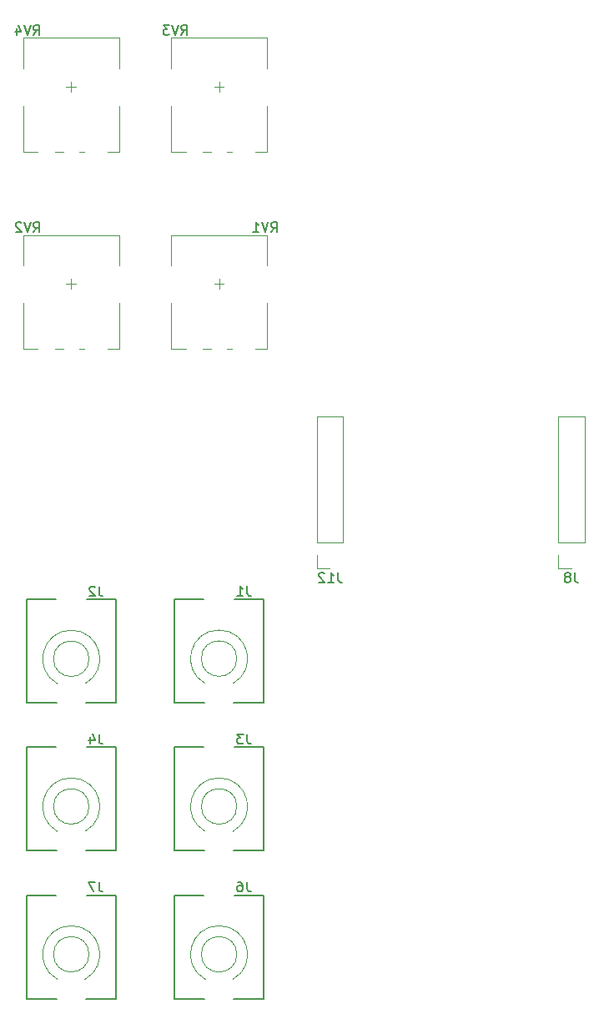
<source format=gbo>
%TF.GenerationSoftware,KiCad,Pcbnew,8.0.3*%
%TF.CreationDate,2024-07-04T10:47:54+01:00*%
%TF.ProjectId,dual-vca,6475616c-2d76-4636-912e-6b696361645f,rev?*%
%TF.SameCoordinates,Original*%
%TF.FileFunction,Legend,Bot*%
%TF.FilePolarity,Positive*%
%FSLAX46Y46*%
G04 Gerber Fmt 4.6, Leading zero omitted, Abs format (unit mm)*
G04 Created by KiCad (PCBNEW 8.0.3) date 2024-07-04 10:47:54*
%MOMM*%
%LPD*%
G01*
G04 APERTURE LIST*
%ADD10C,0.150000*%
%ADD11C,0.120000*%
%ADD12C,0.200000*%
G04 APERTURE END LIST*
D10*
X107275238Y-54239819D02*
X107608571Y-53763628D01*
X107846666Y-54239819D02*
X107846666Y-53239819D01*
X107846666Y-53239819D02*
X107465714Y-53239819D01*
X107465714Y-53239819D02*
X107370476Y-53287438D01*
X107370476Y-53287438D02*
X107322857Y-53335057D01*
X107322857Y-53335057D02*
X107275238Y-53430295D01*
X107275238Y-53430295D02*
X107275238Y-53573152D01*
X107275238Y-53573152D02*
X107322857Y-53668390D01*
X107322857Y-53668390D02*
X107370476Y-53716009D01*
X107370476Y-53716009D02*
X107465714Y-53763628D01*
X107465714Y-53763628D02*
X107846666Y-53763628D01*
X106989523Y-53239819D02*
X106656190Y-54239819D01*
X106656190Y-54239819D02*
X106322857Y-53239819D01*
X105465714Y-54239819D02*
X106037142Y-54239819D01*
X105751428Y-54239819D02*
X105751428Y-53239819D01*
X105751428Y-53239819D02*
X105846666Y-53382676D01*
X105846666Y-53382676D02*
X105941904Y-53477914D01*
X105941904Y-53477914D02*
X106037142Y-53525533D01*
X138083333Y-88784819D02*
X138083333Y-89499104D01*
X138083333Y-89499104D02*
X138130952Y-89641961D01*
X138130952Y-89641961D02*
X138226190Y-89737200D01*
X138226190Y-89737200D02*
X138369047Y-89784819D01*
X138369047Y-89784819D02*
X138464285Y-89784819D01*
X137464285Y-89213390D02*
X137559523Y-89165771D01*
X137559523Y-89165771D02*
X137607142Y-89118152D01*
X137607142Y-89118152D02*
X137654761Y-89022914D01*
X137654761Y-89022914D02*
X137654761Y-88975295D01*
X137654761Y-88975295D02*
X137607142Y-88880057D01*
X137607142Y-88880057D02*
X137559523Y-88832438D01*
X137559523Y-88832438D02*
X137464285Y-88784819D01*
X137464285Y-88784819D02*
X137273809Y-88784819D01*
X137273809Y-88784819D02*
X137178571Y-88832438D01*
X137178571Y-88832438D02*
X137130952Y-88880057D01*
X137130952Y-88880057D02*
X137083333Y-88975295D01*
X137083333Y-88975295D02*
X137083333Y-89022914D01*
X137083333Y-89022914D02*
X137130952Y-89118152D01*
X137130952Y-89118152D02*
X137178571Y-89165771D01*
X137178571Y-89165771D02*
X137273809Y-89213390D01*
X137273809Y-89213390D02*
X137464285Y-89213390D01*
X137464285Y-89213390D02*
X137559523Y-89261009D01*
X137559523Y-89261009D02*
X137607142Y-89308628D01*
X137607142Y-89308628D02*
X137654761Y-89403866D01*
X137654761Y-89403866D02*
X137654761Y-89594342D01*
X137654761Y-89594342D02*
X137607142Y-89689580D01*
X137607142Y-89689580D02*
X137559523Y-89737200D01*
X137559523Y-89737200D02*
X137464285Y-89784819D01*
X137464285Y-89784819D02*
X137273809Y-89784819D01*
X137273809Y-89784819D02*
X137178571Y-89737200D01*
X137178571Y-89737200D02*
X137130952Y-89689580D01*
X137130952Y-89689580D02*
X137083333Y-89594342D01*
X137083333Y-89594342D02*
X137083333Y-89403866D01*
X137083333Y-89403866D02*
X137130952Y-89308628D01*
X137130952Y-89308628D02*
X137178571Y-89261009D01*
X137178571Y-89261009D02*
X137273809Y-89213390D01*
X89833333Y-90174819D02*
X89833333Y-90889104D01*
X89833333Y-90889104D02*
X89880952Y-91031961D01*
X89880952Y-91031961D02*
X89976190Y-91127200D01*
X89976190Y-91127200D02*
X90119047Y-91174819D01*
X90119047Y-91174819D02*
X90214285Y-91174819D01*
X89404761Y-90270057D02*
X89357142Y-90222438D01*
X89357142Y-90222438D02*
X89261904Y-90174819D01*
X89261904Y-90174819D02*
X89023809Y-90174819D01*
X89023809Y-90174819D02*
X88928571Y-90222438D01*
X88928571Y-90222438D02*
X88880952Y-90270057D01*
X88880952Y-90270057D02*
X88833333Y-90365295D01*
X88833333Y-90365295D02*
X88833333Y-90460533D01*
X88833333Y-90460533D02*
X88880952Y-90603390D01*
X88880952Y-90603390D02*
X89452380Y-91174819D01*
X89452380Y-91174819D02*
X88833333Y-91174819D01*
X104833333Y-120154819D02*
X104833333Y-120869104D01*
X104833333Y-120869104D02*
X104880952Y-121011961D01*
X104880952Y-121011961D02*
X104976190Y-121107200D01*
X104976190Y-121107200D02*
X105119047Y-121154819D01*
X105119047Y-121154819D02*
X105214285Y-121154819D01*
X103928571Y-120154819D02*
X104119047Y-120154819D01*
X104119047Y-120154819D02*
X104214285Y-120202438D01*
X104214285Y-120202438D02*
X104261904Y-120250057D01*
X104261904Y-120250057D02*
X104357142Y-120392914D01*
X104357142Y-120392914D02*
X104404761Y-120583390D01*
X104404761Y-120583390D02*
X104404761Y-120964342D01*
X104404761Y-120964342D02*
X104357142Y-121059580D01*
X104357142Y-121059580D02*
X104309523Y-121107200D01*
X104309523Y-121107200D02*
X104214285Y-121154819D01*
X104214285Y-121154819D02*
X104023809Y-121154819D01*
X104023809Y-121154819D02*
X103928571Y-121107200D01*
X103928571Y-121107200D02*
X103880952Y-121059580D01*
X103880952Y-121059580D02*
X103833333Y-120964342D01*
X103833333Y-120964342D02*
X103833333Y-120726247D01*
X103833333Y-120726247D02*
X103880952Y-120631009D01*
X103880952Y-120631009D02*
X103928571Y-120583390D01*
X103928571Y-120583390D02*
X104023809Y-120535771D01*
X104023809Y-120535771D02*
X104214285Y-120535771D01*
X104214285Y-120535771D02*
X104309523Y-120583390D01*
X104309523Y-120583390D02*
X104357142Y-120631009D01*
X104357142Y-120631009D02*
X104404761Y-120726247D01*
X104833333Y-90154819D02*
X104833333Y-90869104D01*
X104833333Y-90869104D02*
X104880952Y-91011961D01*
X104880952Y-91011961D02*
X104976190Y-91107200D01*
X104976190Y-91107200D02*
X105119047Y-91154819D01*
X105119047Y-91154819D02*
X105214285Y-91154819D01*
X103833333Y-91154819D02*
X104404761Y-91154819D01*
X104119047Y-91154819D02*
X104119047Y-90154819D01*
X104119047Y-90154819D02*
X104214285Y-90297676D01*
X104214285Y-90297676D02*
X104309523Y-90392914D01*
X104309523Y-90392914D02*
X104404761Y-90440533D01*
X83150238Y-34239819D02*
X83483571Y-33763628D01*
X83721666Y-34239819D02*
X83721666Y-33239819D01*
X83721666Y-33239819D02*
X83340714Y-33239819D01*
X83340714Y-33239819D02*
X83245476Y-33287438D01*
X83245476Y-33287438D02*
X83197857Y-33335057D01*
X83197857Y-33335057D02*
X83150238Y-33430295D01*
X83150238Y-33430295D02*
X83150238Y-33573152D01*
X83150238Y-33573152D02*
X83197857Y-33668390D01*
X83197857Y-33668390D02*
X83245476Y-33716009D01*
X83245476Y-33716009D02*
X83340714Y-33763628D01*
X83340714Y-33763628D02*
X83721666Y-33763628D01*
X82864523Y-33239819D02*
X82531190Y-34239819D01*
X82531190Y-34239819D02*
X82197857Y-33239819D01*
X81435952Y-33573152D02*
X81435952Y-34239819D01*
X81674047Y-33192200D02*
X81912142Y-33906485D01*
X81912142Y-33906485D02*
X81293095Y-33906485D01*
X83150238Y-54239819D02*
X83483571Y-53763628D01*
X83721666Y-54239819D02*
X83721666Y-53239819D01*
X83721666Y-53239819D02*
X83340714Y-53239819D01*
X83340714Y-53239819D02*
X83245476Y-53287438D01*
X83245476Y-53287438D02*
X83197857Y-53335057D01*
X83197857Y-53335057D02*
X83150238Y-53430295D01*
X83150238Y-53430295D02*
X83150238Y-53573152D01*
X83150238Y-53573152D02*
X83197857Y-53668390D01*
X83197857Y-53668390D02*
X83245476Y-53716009D01*
X83245476Y-53716009D02*
X83340714Y-53763628D01*
X83340714Y-53763628D02*
X83721666Y-53763628D01*
X82864523Y-53239819D02*
X82531190Y-54239819D01*
X82531190Y-54239819D02*
X82197857Y-53239819D01*
X81912142Y-53335057D02*
X81864523Y-53287438D01*
X81864523Y-53287438D02*
X81769285Y-53239819D01*
X81769285Y-53239819D02*
X81531190Y-53239819D01*
X81531190Y-53239819D02*
X81435952Y-53287438D01*
X81435952Y-53287438D02*
X81388333Y-53335057D01*
X81388333Y-53335057D02*
X81340714Y-53430295D01*
X81340714Y-53430295D02*
X81340714Y-53525533D01*
X81340714Y-53525533D02*
X81388333Y-53668390D01*
X81388333Y-53668390D02*
X81959761Y-54239819D01*
X81959761Y-54239819D02*
X81340714Y-54239819D01*
X89833333Y-120154819D02*
X89833333Y-120869104D01*
X89833333Y-120869104D02*
X89880952Y-121011961D01*
X89880952Y-121011961D02*
X89976190Y-121107200D01*
X89976190Y-121107200D02*
X90119047Y-121154819D01*
X90119047Y-121154819D02*
X90214285Y-121154819D01*
X89452380Y-120154819D02*
X88785714Y-120154819D01*
X88785714Y-120154819D02*
X89214285Y-121154819D01*
X104833333Y-105154819D02*
X104833333Y-105869104D01*
X104833333Y-105869104D02*
X104880952Y-106011961D01*
X104880952Y-106011961D02*
X104976190Y-106107200D01*
X104976190Y-106107200D02*
X105119047Y-106154819D01*
X105119047Y-106154819D02*
X105214285Y-106154819D01*
X104452380Y-105154819D02*
X103833333Y-105154819D01*
X103833333Y-105154819D02*
X104166666Y-105535771D01*
X104166666Y-105535771D02*
X104023809Y-105535771D01*
X104023809Y-105535771D02*
X103928571Y-105583390D01*
X103928571Y-105583390D02*
X103880952Y-105631009D01*
X103880952Y-105631009D02*
X103833333Y-105726247D01*
X103833333Y-105726247D02*
X103833333Y-105964342D01*
X103833333Y-105964342D02*
X103880952Y-106059580D01*
X103880952Y-106059580D02*
X103928571Y-106107200D01*
X103928571Y-106107200D02*
X104023809Y-106154819D01*
X104023809Y-106154819D02*
X104309523Y-106154819D01*
X104309523Y-106154819D02*
X104404761Y-106107200D01*
X104404761Y-106107200D02*
X104452380Y-106059580D01*
X89833333Y-105154819D02*
X89833333Y-105869104D01*
X89833333Y-105869104D02*
X89880952Y-106011961D01*
X89880952Y-106011961D02*
X89976190Y-106107200D01*
X89976190Y-106107200D02*
X90119047Y-106154819D01*
X90119047Y-106154819D02*
X90214285Y-106154819D01*
X88928571Y-105488152D02*
X88928571Y-106154819D01*
X89166666Y-105107200D02*
X89404761Y-105821485D01*
X89404761Y-105821485D02*
X88785714Y-105821485D01*
X114059523Y-88784819D02*
X114059523Y-89499104D01*
X114059523Y-89499104D02*
X114107142Y-89641961D01*
X114107142Y-89641961D02*
X114202380Y-89737200D01*
X114202380Y-89737200D02*
X114345237Y-89784819D01*
X114345237Y-89784819D02*
X114440475Y-89784819D01*
X113059523Y-89784819D02*
X113630951Y-89784819D01*
X113345237Y-89784819D02*
X113345237Y-88784819D01*
X113345237Y-88784819D02*
X113440475Y-88927676D01*
X113440475Y-88927676D02*
X113535713Y-89022914D01*
X113535713Y-89022914D02*
X113630951Y-89070533D01*
X112678570Y-88880057D02*
X112630951Y-88832438D01*
X112630951Y-88832438D02*
X112535713Y-88784819D01*
X112535713Y-88784819D02*
X112297618Y-88784819D01*
X112297618Y-88784819D02*
X112202380Y-88832438D01*
X112202380Y-88832438D02*
X112154761Y-88880057D01*
X112154761Y-88880057D02*
X112107142Y-88975295D01*
X112107142Y-88975295D02*
X112107142Y-89070533D01*
X112107142Y-89070533D02*
X112154761Y-89213390D01*
X112154761Y-89213390D02*
X112726189Y-89784819D01*
X112726189Y-89784819D02*
X112107142Y-89784819D01*
X98150238Y-34239819D02*
X98483571Y-33763628D01*
X98721666Y-34239819D02*
X98721666Y-33239819D01*
X98721666Y-33239819D02*
X98340714Y-33239819D01*
X98340714Y-33239819D02*
X98245476Y-33287438D01*
X98245476Y-33287438D02*
X98197857Y-33335057D01*
X98197857Y-33335057D02*
X98150238Y-33430295D01*
X98150238Y-33430295D02*
X98150238Y-33573152D01*
X98150238Y-33573152D02*
X98197857Y-33668390D01*
X98197857Y-33668390D02*
X98245476Y-33716009D01*
X98245476Y-33716009D02*
X98340714Y-33763628D01*
X98340714Y-33763628D02*
X98721666Y-33763628D01*
X97864523Y-33239819D02*
X97531190Y-34239819D01*
X97531190Y-34239819D02*
X97197857Y-33239819D01*
X96959761Y-33239819D02*
X96340714Y-33239819D01*
X96340714Y-33239819D02*
X96674047Y-33620771D01*
X96674047Y-33620771D02*
X96531190Y-33620771D01*
X96531190Y-33620771D02*
X96435952Y-33668390D01*
X96435952Y-33668390D02*
X96388333Y-33716009D01*
X96388333Y-33716009D02*
X96340714Y-33811247D01*
X96340714Y-33811247D02*
X96340714Y-34049342D01*
X96340714Y-34049342D02*
X96388333Y-34144580D01*
X96388333Y-34144580D02*
X96435952Y-34192200D01*
X96435952Y-34192200D02*
X96531190Y-34239819D01*
X96531190Y-34239819D02*
X96816904Y-34239819D01*
X96816904Y-34239819D02*
X96912142Y-34192200D01*
X96912142Y-34192200D02*
X96959761Y-34144580D01*
D11*
%TO.C,RV1*%
X97130000Y-54530000D02*
X97130000Y-57590000D01*
X97130000Y-61400000D02*
X97130000Y-66120000D01*
X98620000Y-66120000D02*
X97130000Y-66120000D01*
X101170000Y-66120000D02*
X100340000Y-66120000D01*
X101500000Y-59500000D02*
X102500000Y-59500000D01*
X102000000Y-60000000D02*
X102000000Y-59000000D01*
X103320000Y-66120000D02*
X102790000Y-66120000D01*
X106870000Y-54530000D02*
X97130000Y-54530000D01*
X106870000Y-54530000D02*
X106870000Y-57590000D01*
X106870000Y-66120000D02*
X105690000Y-66120000D01*
X106880000Y-61400000D02*
X106880000Y-66120000D01*
%TO.C,J8*%
X136420000Y-72970000D02*
X136420000Y-85730000D01*
X136420000Y-88330000D02*
X136420000Y-87000000D01*
X137750000Y-88330000D02*
X136420000Y-88330000D01*
X139080000Y-72970000D02*
X136420000Y-72970000D01*
X139080000Y-72970000D02*
X139080000Y-85730000D01*
X139080000Y-85730000D02*
X136420000Y-85730000D01*
D12*
%TO.C,J2*%
X82500000Y-91520000D02*
X82500000Y-102020000D01*
X82500000Y-91520000D02*
X85400000Y-91520000D01*
X82500000Y-102020000D02*
X85500000Y-102020000D01*
X88500000Y-102020000D02*
X91500000Y-102020000D01*
X88600000Y-91520000D02*
X91500000Y-91520000D01*
X91500000Y-91520000D02*
X91500000Y-102020000D01*
D11*
X85603000Y-100059999D02*
G75*
G02*
X88397000Y-100059999I1397000J2539999D01*
G01*
X88800000Y-97520000D02*
G75*
G02*
X85200000Y-97520000I-1800000J0D01*
G01*
X85200000Y-97520000D02*
G75*
G02*
X88800000Y-97520000I1800000J0D01*
G01*
D12*
%TO.C,J6*%
X97500000Y-121500000D02*
X97500000Y-132000000D01*
X97500000Y-121500000D02*
X100400000Y-121500000D01*
X97500000Y-132000000D02*
X100500000Y-132000000D01*
X103500000Y-132000000D02*
X106500000Y-132000000D01*
X103600000Y-121500000D02*
X106500000Y-121500000D01*
X106500000Y-121500000D02*
X106500000Y-132000000D01*
D11*
X100603000Y-130039999D02*
G75*
G02*
X103397000Y-130039999I1397000J2539999D01*
G01*
X103800000Y-127500000D02*
G75*
G02*
X100200000Y-127500000I-1800000J0D01*
G01*
X100200000Y-127500000D02*
G75*
G02*
X103800000Y-127500000I1800000J0D01*
G01*
D12*
%TO.C,J1*%
X97500000Y-91500000D02*
X97500000Y-102000000D01*
X97500000Y-91500000D02*
X100400000Y-91500000D01*
X97500000Y-102000000D02*
X100500000Y-102000000D01*
X103500000Y-102000000D02*
X106500000Y-102000000D01*
X103600000Y-91500000D02*
X106500000Y-91500000D01*
X106500000Y-91500000D02*
X106500000Y-102000000D01*
D11*
X100603000Y-100039999D02*
G75*
G02*
X103397000Y-100039999I1397000J2539999D01*
G01*
X103800000Y-97500000D02*
G75*
G02*
X100200000Y-97500000I-1800000J0D01*
G01*
X100200000Y-97500000D02*
G75*
G02*
X103800000Y-97500000I1800000J0D01*
G01*
%TO.C,RV4*%
X82130000Y-34530000D02*
X82130000Y-37590000D01*
X82130000Y-41400000D02*
X82130000Y-46120000D01*
X83620000Y-46120000D02*
X82130000Y-46120000D01*
X86170000Y-46120000D02*
X85340000Y-46120000D01*
X86500000Y-39500000D02*
X87500000Y-39500000D01*
X87000000Y-40000000D02*
X87000000Y-39000000D01*
X88320000Y-46120000D02*
X87790000Y-46120000D01*
X91870000Y-34530000D02*
X82130000Y-34530000D01*
X91870000Y-34530000D02*
X91870000Y-37590000D01*
X91870000Y-46120000D02*
X90690000Y-46120000D01*
X91880000Y-41400000D02*
X91880000Y-46120000D01*
%TO.C,RV2*%
X82130000Y-54530000D02*
X82130000Y-57590000D01*
X82130000Y-61400000D02*
X82130000Y-66120000D01*
X83620000Y-66120000D02*
X82130000Y-66120000D01*
X86170000Y-66120000D02*
X85340000Y-66120000D01*
X86500000Y-59500000D02*
X87500000Y-59500000D01*
X87000000Y-60000000D02*
X87000000Y-59000000D01*
X88320000Y-66120000D02*
X87790000Y-66120000D01*
X91870000Y-54530000D02*
X82130000Y-54530000D01*
X91870000Y-54530000D02*
X91870000Y-57590000D01*
X91870000Y-66120000D02*
X90690000Y-66120000D01*
X91880000Y-61400000D02*
X91880000Y-66120000D01*
D12*
%TO.C,J7*%
X82500000Y-121500000D02*
X82500000Y-132000000D01*
X82500000Y-121500000D02*
X85400000Y-121500000D01*
X82500000Y-132000000D02*
X85500000Y-132000000D01*
X88500000Y-132000000D02*
X91500000Y-132000000D01*
X88600000Y-121500000D02*
X91500000Y-121500000D01*
X91500000Y-121500000D02*
X91500000Y-132000000D01*
D11*
X85603000Y-130039999D02*
G75*
G02*
X88397000Y-130039999I1397000J2539999D01*
G01*
X88800000Y-127500000D02*
G75*
G02*
X85200000Y-127500000I-1800000J0D01*
G01*
X85200000Y-127500000D02*
G75*
G02*
X88800000Y-127500000I1800000J0D01*
G01*
D12*
%TO.C,J3*%
X97500000Y-106500000D02*
X97500000Y-117000000D01*
X97500000Y-106500000D02*
X100400000Y-106500000D01*
X97500000Y-117000000D02*
X100500000Y-117000000D01*
X103500000Y-117000000D02*
X106500000Y-117000000D01*
X103600000Y-106500000D02*
X106500000Y-106500000D01*
X106500000Y-106500000D02*
X106500000Y-117000000D01*
D11*
X100603000Y-115039999D02*
G75*
G02*
X103397000Y-115039999I1397000J2539999D01*
G01*
X103800000Y-112500000D02*
G75*
G02*
X100200000Y-112500000I-1800000J0D01*
G01*
X100200000Y-112500000D02*
G75*
G02*
X103800000Y-112500000I1800000J0D01*
G01*
D12*
%TO.C,J4*%
X82500000Y-106500000D02*
X82500000Y-117000000D01*
X82500000Y-106500000D02*
X85400000Y-106500000D01*
X82500000Y-117000000D02*
X85500000Y-117000000D01*
X88500000Y-117000000D02*
X91500000Y-117000000D01*
X88600000Y-106500000D02*
X91500000Y-106500000D01*
X91500000Y-106500000D02*
X91500000Y-117000000D01*
D11*
X85603000Y-115039999D02*
G75*
G02*
X88397000Y-115039999I1397000J2539999D01*
G01*
X88800000Y-112500000D02*
G75*
G02*
X85200000Y-112500000I-1800000J0D01*
G01*
X85200000Y-112500000D02*
G75*
G02*
X88800000Y-112500000I1800000J0D01*
G01*
%TO.C,J12*%
X111920000Y-72970000D02*
X111920000Y-85730000D01*
X111920000Y-88330000D02*
X111920000Y-87000000D01*
X113250000Y-88330000D02*
X111920000Y-88330000D01*
X114580000Y-72970000D02*
X111920000Y-72970000D01*
X114580000Y-72970000D02*
X114580000Y-85730000D01*
X114580000Y-85730000D02*
X111920000Y-85730000D01*
%TO.C,RV3*%
X97130000Y-34530000D02*
X97130000Y-37590000D01*
X97130000Y-41400000D02*
X97130000Y-46120000D01*
X98620000Y-46120000D02*
X97130000Y-46120000D01*
X101170000Y-46120000D02*
X100340000Y-46120000D01*
X101500000Y-39500000D02*
X102500000Y-39500000D01*
X102000000Y-40000000D02*
X102000000Y-39000000D01*
X103320000Y-46120000D02*
X102790000Y-46120000D01*
X106870000Y-34530000D02*
X97130000Y-34530000D01*
X106870000Y-34530000D02*
X106870000Y-37590000D01*
X106870000Y-46120000D02*
X105690000Y-46120000D01*
X106880000Y-41400000D02*
X106880000Y-46120000D01*
%TD*%
M02*

</source>
